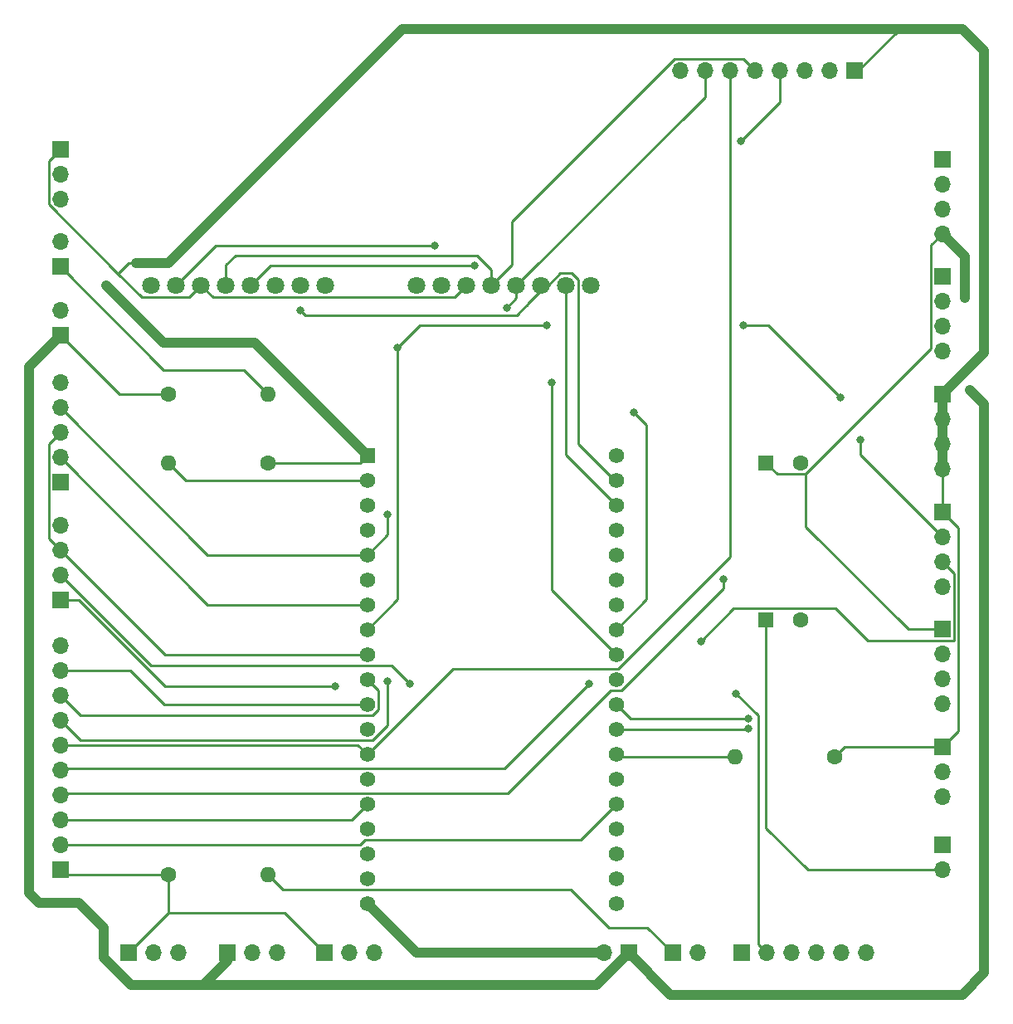
<source format=gbr>
%TF.GenerationSoftware,KiCad,Pcbnew,(5.1.12-1-10_14)*%
%TF.CreationDate,2022-01-09T11:34:05+01:00*%
%TF.ProjectId,mainPCB,6d61696e-5043-4422-9e6b-696361645f70,rev?*%
%TF.SameCoordinates,Original*%
%TF.FileFunction,Copper,L1,Top*%
%TF.FilePolarity,Positive*%
%FSLAX46Y46*%
G04 Gerber Fmt 4.6, Leading zero omitted, Abs format (unit mm)*
G04 Created by KiCad (PCBNEW (5.1.12-1-10_14)) date 2022-01-09 11:34:05*
%MOMM*%
%LPD*%
G01*
G04 APERTURE LIST*
%TA.AperFunction,ComponentPad*%
%ADD10C,1.600000*%
%TD*%
%TA.AperFunction,ComponentPad*%
%ADD11R,1.600000X1.600000*%
%TD*%
%TA.AperFunction,ComponentPad*%
%ADD12O,1.600000X1.600000*%
%TD*%
%TA.AperFunction,ComponentPad*%
%ADD13C,1.800000*%
%TD*%
%TA.AperFunction,ComponentPad*%
%ADD14O,1.700000X1.700000*%
%TD*%
%TA.AperFunction,ComponentPad*%
%ADD15R,1.700000X1.700000*%
%TD*%
%TA.AperFunction,ComponentPad*%
%ADD16C,1.560000*%
%TD*%
%TA.AperFunction,ComponentPad*%
%ADD17R,1.560000X1.560000*%
%TD*%
%TA.AperFunction,ViaPad*%
%ADD18C,0.800000*%
%TD*%
%TA.AperFunction,Conductor*%
%ADD19C,0.250000*%
%TD*%
%TA.AperFunction,Conductor*%
%ADD20C,1.000000*%
%TD*%
G04 APERTURE END LIST*
D10*
%TO.P,C_5V_relais1,2*%
%TO.N,GND*%
X176500000Y-90000000D03*
D11*
%TO.P,C_5V_relais1,1*%
%TO.N,+5V*%
X173000000Y-90000000D03*
%TD*%
D12*
%TO.P,R_5V_ind1,2*%
%TO.N,Net-(H_LED_5V1-Pad1)*%
X122160000Y-83000000D03*
D10*
%TO.P,R_5V_ind1,1*%
%TO.N,+5V*%
X112000000Y-83000000D03*
%TD*%
D12*
%TO.P,R_3V3_ind1,2*%
%TO.N,Net-(H_LED_3V3-Pad1)*%
X122160000Y-132000000D03*
D10*
%TO.P,R_3V3_ind1,1*%
%TO.N,+3V3*%
X112000000Y-132000000D03*
%TD*%
D13*
%TO.P,MAX2,8*%
%TO.N,Net-(MAX2-Pad8)*%
X137360000Y-71900000D03*
%TO.P,MAX2,7*%
%TO.N,GND*%
X139900000Y-71900000D03*
%TO.P,MAX2,6*%
%TO.N,+3V3*%
X142440000Y-71900000D03*
%TO.P,MAX2,5*%
%TO.N,/SPI_CLK*%
X144980000Y-71900000D03*
%TO.P,MAX2,1*%
%TO.N,Net-(MAX2-Pad1)*%
X155140000Y-71900000D03*
%TO.P,MAX2,2*%
%TO.N,/SPI_CS_TEMP2*%
X152600000Y-71900000D03*
%TO.P,MAX2,3*%
%TO.N,/SPI_MOSI*%
X150060000Y-71900000D03*
%TO.P,MAX2,4*%
%TO.N,/SPI_MISO*%
X147520000Y-71900000D03*
%TD*%
%TO.P,MAX1,8*%
%TO.N,Net-(MAX1-Pad8)*%
X110260000Y-71900000D03*
%TO.P,MAX1,7*%
%TO.N,GND*%
X112800000Y-71900000D03*
%TO.P,MAX1,6*%
%TO.N,+3V3*%
X115340000Y-71900000D03*
%TO.P,MAX1,5*%
%TO.N,/SPI_CLK*%
X117880000Y-71900000D03*
%TO.P,MAX1,1*%
%TO.N,Net-(MAX1-Pad1)*%
X128040000Y-71900000D03*
%TO.P,MAX1,2*%
%TO.N,/SPI_CS_TEMP1*%
X125500000Y-71900000D03*
%TO.P,MAX1,3*%
%TO.N,/SPI_MOSI*%
X122960000Y-71900000D03*
%TO.P,MAX1,4*%
%TO.N,/SPI_MISO*%
X120420000Y-71900000D03*
%TD*%
D14*
%TO.P,H_GND1,4*%
%TO.N,GND*%
X191000000Y-78620000D03*
%TO.P,H_GND1,3*%
X191000000Y-76080000D03*
%TO.P,H_GND1,2*%
X191000000Y-73540000D03*
D15*
%TO.P,H_GND1,1*%
X191000000Y-71000000D03*
%TD*%
D14*
%TO.P,H_5V_IN1,2*%
%TO.N,/V_IN*%
X156460000Y-140000000D03*
D15*
%TO.P,H_5V_IN1,1*%
%TO.N,+5V*%
X159000000Y-140000000D03*
%TD*%
D14*
%TO.P,H_5V1,4*%
%TO.N,+3V3*%
X191000000Y-90620000D03*
%TO.P,H_5V1,3*%
X191000000Y-88080000D03*
%TO.P,H_5V1,2*%
X191000000Y-85540000D03*
D15*
%TO.P,H_5V1,1*%
X191000000Y-83000000D03*
%TD*%
D14*
%TO.P,H_LED_3V3,2*%
%TO.N,GND*%
X166000000Y-140000000D03*
D15*
%TO.P,H_LED_3V3,1*%
%TO.N,Net-(H_LED_3V3-Pad1)*%
X163460000Y-140000000D03*
%TD*%
D14*
%TO.P,H_LED_5V1,2*%
%TO.N,GND*%
X101000000Y-67460000D03*
D15*
%TO.P,H_LED_5V1,1*%
%TO.N,Net-(H_LED_5V1-Pad1)*%
X101000000Y-70000000D03*
%TD*%
D14*
%TO.P,H_3V3,4*%
%TO.N,+5V*%
X191000000Y-66620000D03*
%TO.P,H_3V3,3*%
X191000000Y-64080000D03*
%TO.P,H_3V3,2*%
X191000000Y-61540000D03*
D15*
%TO.P,H_3V3,1*%
X191000000Y-59000000D03*
%TD*%
D14*
%TO.P,H13_BLANK1,6*%
%TO.N,GND*%
X183200000Y-140000000D03*
%TO.P,H13_BLANK1,5*%
%TO.N,/ROTARY_SW_BLANK4*%
X180660000Y-140000000D03*
%TO.P,H13_BLANK1,4*%
%TO.N,/SCALE_DT_BLANK3*%
X178120000Y-140000000D03*
%TO.P,H13_BLANK1,3*%
%TO.N,/LED_RED_BLANK2*%
X175580000Y-140000000D03*
%TO.P,H13_BLANK1,2*%
%TO.N,/SPI_CS_SD_BLANK1*%
X173040000Y-140000000D03*
D15*
%TO.P,H13_BLANK1,1*%
%TO.N,+3V3*%
X170500000Y-140000000D03*
%TD*%
D14*
%TO.P,H12_SD1,8*%
%TO.N,GND*%
X164220000Y-50000000D03*
%TO.P,H12_SD1,7*%
%TO.N,/SPI_MISO*%
X166760000Y-50000000D03*
%TO.P,H12_SD1,6*%
%TO.N,/SPI_DC*%
X169300000Y-50000000D03*
%TO.P,H12_SD1,5*%
%TO.N,/SPI_CLK*%
X171840000Y-50000000D03*
%TO.P,H12_SD1,4*%
%TO.N,/SPI_MOSI*%
X174380000Y-50000000D03*
%TO.P,H12_SD1,3*%
%TO.N,/SPI_CS_SD_BLANK1*%
X176920000Y-50000000D03*
%TO.P,H12_SD1,2*%
%TO.N,/SPI_RES*%
X179460000Y-50000000D03*
D15*
%TO.P,H12_SD1,1*%
%TO.N,+3V3*%
X182000000Y-50000000D03*
%TD*%
D14*
%TO.P,H11_ANATEMP1,4*%
%TO.N,GND*%
X191000000Y-102620000D03*
%TO.P,H11_ANATEMP1,3*%
%TO.N,/ROTARY_SW_ANALOG_T2*%
X191000000Y-100080000D03*
%TO.P,H11_ANATEMP1,2*%
%TO.N,/SCALE_DT_ANALOG_T1*%
X191000000Y-97540000D03*
D15*
%TO.P,H11_ANATEMP1,1*%
%TO.N,+3V3*%
X191000000Y-95000000D03*
%TD*%
D14*
%TO.P,H10_PUMP1,3*%
%TO.N,GND*%
X113000000Y-140000000D03*
%TO.P,H10_PUMP1,2*%
%TO.N,/PUMP_IN*%
X110460000Y-140000000D03*
D15*
%TO.P,H10_PUMP1,1*%
%TO.N,+3V3*%
X107920000Y-140000000D03*
%TD*%
D14*
%TO.P,H9_WATER1,3*%
%TO.N,GND*%
X133040000Y-140000000D03*
%TO.P,H9_WATER1,2*%
%TO.N,/WATER_IN*%
X130500000Y-140000000D03*
D15*
%TO.P,H9_WATER1,1*%
%TO.N,+3V3*%
X127960000Y-140000000D03*
%TD*%
D14*
%TO.P,H8_ROTA1,5*%
%TO.N,GND*%
X101000000Y-81840000D03*
%TO.P,H8_ROTA1,4*%
%TO.N,/ROTARY_SW_ANALOG_T2*%
X101000000Y-84380000D03*
%TO.P,H8_ROTA1,3*%
%TO.N,/ROTARY_DT_LED_BLUE*%
X101000000Y-86920000D03*
%TO.P,H8_ROTA1,2*%
%TO.N,/ROTARY_CLK_PUMP_RELAIS*%
X101000000Y-89460000D03*
D15*
%TO.P,H8_ROTA1,1*%
%TO.N,+3V3*%
X101000000Y-92000000D03*
%TD*%
D14*
%TO.P,H7_SCALE1,3*%
%TO.N,GND*%
X101000000Y-63080000D03*
%TO.P,H7_SCALE1,2*%
%TO.N,/SCALE_DT_ANALOG_T1*%
X101000000Y-60540000D03*
D15*
%TO.P,H7_SCALE1,1*%
%TO.N,+3V3*%
X101000000Y-58000000D03*
%TD*%
D14*
%TO.P,H6_DISP1,10*%
%TO.N,GND*%
X101000000Y-108620000D03*
%TO.P,H6_DISP1,9*%
%TO.N,/TLC_CLK*%
X101000000Y-111160000D03*
%TO.P,H6_DISP1,8*%
%TO.N,/TLC_DATA*%
X101000000Y-113700000D03*
%TO.P,H6_DISP1,7*%
%TO.N,/PHOTO_IN*%
X101000000Y-116240000D03*
%TO.P,H6_DISP1,6*%
%TO.N,/SPI_DC*%
X101000000Y-118780000D03*
%TO.P,H6_DISP1,5*%
%TO.N,/SPI_CLK*%
X101000000Y-121320000D03*
%TO.P,H6_DISP1,4*%
%TO.N,/SPI_MOSI*%
X101000000Y-123860000D03*
%TO.P,H6_DISP1,3*%
%TO.N,/SPI_CS_OLED*%
X101000000Y-126400000D03*
%TO.P,H6_DISP1,2*%
%TO.N,/SPI_RES*%
X101000000Y-128940000D03*
D15*
%TO.P,H6_DISP1,1*%
%TO.N,+3V3*%
X101000000Y-131480000D03*
%TD*%
D14*
%TO.P,H5_RGBLED1,4*%
%TO.N,GND*%
X101000000Y-96380000D03*
%TO.P,H5_RGBLED1,3*%
%TO.N,/ROTARY_DT_LED_BLUE*%
X101000000Y-98920000D03*
%TO.P,H5_RGBLED1,2*%
%TO.N,/LED_GREEN*%
X101000000Y-101460000D03*
D15*
%TO.P,H5_RGBLED1,1*%
%TO.N,/LED_RED_BLANK2*%
X101000000Y-104000000D03*
%TD*%
D14*
%TO.P,H4_DHT22,3*%
%TO.N,GND*%
X191000000Y-124080000D03*
%TO.P,H4_DHT22,2*%
%TO.N,/DHT22*%
X191000000Y-121540000D03*
D15*
%TO.P,H4_DHT22,1*%
%TO.N,+3V3*%
X191000000Y-119000000D03*
%TD*%
D14*
%TO.P,H3_PUMPREL1,3*%
%TO.N,GND*%
X123080000Y-140000000D03*
%TO.P,H3_PUMPREL1,2*%
%TO.N,/ROTARY_CLK_PUMP_RELAIS*%
X120540000Y-140000000D03*
D15*
%TO.P,H3_PUMPREL1,1*%
%TO.N,+5V*%
X118000000Y-140000000D03*
%TD*%
D14*
%TO.P,H2_UART1,4*%
%TO.N,GND*%
X191000000Y-114620000D03*
%TO.P,H2_UART1,3*%
%TO.N,/UART2_RX*%
X191000000Y-112080000D03*
%TO.P,H2_UART1,2*%
%TO.N,/UART2_TX*%
X191000000Y-109540000D03*
D15*
%TO.P,H2_UART1,1*%
%TO.N,+5V*%
X191000000Y-107000000D03*
%TD*%
D14*
%TO.P,H1_5V_IN1,2*%
%TO.N,GND*%
X101000000Y-74460000D03*
D15*
%TO.P,H1_5V_IN1,1*%
%TO.N,+5V*%
X101000000Y-77000000D03*
%TD*%
D12*
%TO.P,EN_R1,2*%
%TO.N,/EN*%
X112000000Y-90000000D03*
D10*
%TO.P,EN_R1,1*%
%TO.N,+3V3*%
X122160000Y-90000000D03*
%TD*%
D14*
%TO.P,H_ENABLE1,2*%
%TO.N,/EN*%
X191000000Y-131540000D03*
D15*
%TO.P,H_ENABLE1,1*%
%TO.N,GND*%
X191000000Y-129000000D03*
%TD*%
D12*
%TO.P,DHT22_R1,2*%
%TO.N,/DHT22*%
X169840000Y-120000000D03*
D10*
%TO.P,DHT22_R1,1*%
%TO.N,+3V3*%
X180000000Y-120000000D03*
%TD*%
%TO.P,C1,2*%
%TO.N,GND*%
X176500000Y-106000000D03*
D11*
%TO.P,C1,1*%
%TO.N,/EN*%
X173000000Y-106000000D03*
%TD*%
D16*
%TO.P,U1,38*%
%TO.N,Net-(U1-Pad38)*%
X157700000Y-134960000D03*
%TO.P,U1,37*%
%TO.N,Net-(U1-Pad37)*%
X157700000Y-132420000D03*
%TO.P,U1,36*%
%TO.N,Net-(U1-Pad36)*%
X157700000Y-129880000D03*
%TO.P,U1,35*%
%TO.N,/LED_GREEN*%
X157700000Y-127340000D03*
%TO.P,U1,34*%
%TO.N,/SPI_RES*%
X157700000Y-124800000D03*
%TO.P,U1,33*%
%TO.N,Net-(U1-Pad33)*%
X157700000Y-122260000D03*
%TO.P,U1,32*%
%TO.N,/DHT22*%
X157700000Y-119720000D03*
%TO.P,U1,31*%
%TO.N,/UART2_RX*%
X157700000Y-117180000D03*
%TO.P,U1,30*%
%TO.N,/UART2_TX*%
X157700000Y-114640000D03*
%TO.P,U1,29*%
%TO.N,/SPI_CS_SD_BLANK1*%
X157700000Y-112100000D03*
%TO.P,U1,28*%
%TO.N,/SPI_CLK*%
X157700000Y-109560000D03*
%TO.P,U1,27*%
%TO.N,/SPI_MISO*%
X157700000Y-107020000D03*
%TO.P,U1,26*%
%TO.N,Net-(U1-Pad26)*%
X157700000Y-104480000D03*
%TO.P,U1,25*%
%TO.N,/SPI_CS_TEMP1*%
X157700000Y-101940000D03*
%TO.P,U1,24*%
%TO.N,Net-(U1-Pad24)*%
X157700000Y-99400000D03*
%TO.P,U1,23*%
%TO.N,Net-(U1-Pad23)*%
X157700000Y-96860000D03*
%TO.P,U1,22*%
%TO.N,/SPI_CS_TEMP2*%
X157700000Y-94320000D03*
%TO.P,U1,21*%
%TO.N,/SPI_MOSI*%
X157700000Y-91780000D03*
%TO.P,U1,20*%
%TO.N,GND*%
X157700000Y-89240000D03*
%TO.P,U1,18*%
%TO.N,Net-(U1-Pad18)*%
X132300000Y-132420000D03*
%TO.P,U1,17*%
%TO.N,Net-(U1-Pad17)*%
X132300000Y-129880000D03*
%TO.P,U1,16*%
%TO.N,Net-(U1-Pad16)*%
X132300000Y-127340000D03*
%TO.P,U1,15*%
%TO.N,/SPI_CS_OLED*%
X132300000Y-124800000D03*
%TO.P,U1,14*%
%TO.N,Net-(U1-Pad14)*%
X132300000Y-122260000D03*
%TO.P,U1,13*%
%TO.N,/SPI_DC*%
X132300000Y-119720000D03*
%TO.P,U1,12*%
%TO.N,/LED_RED_BLANK2*%
X132300000Y-117180000D03*
%TO.P,U1,11*%
%TO.N,/TLC_CLK*%
X132300000Y-114640000D03*
%TO.P,U1,10*%
%TO.N,/TLC_DATA*%
X132300000Y-112100000D03*
%TO.P,U1,9*%
%TO.N,/ROTARY_DT_LED_BLUE*%
X132300000Y-109560000D03*
%TO.P,U1,8*%
%TO.N,/SCALE_DT_ANALOG_T1*%
X132300000Y-107020000D03*
%TO.P,U1,7*%
%TO.N,/ROTARY_CLK_PUMP_RELAIS*%
X132300000Y-104480000D03*
%TO.P,U1,6*%
%TO.N,/PUMP_IN*%
X132300000Y-101940000D03*
%TO.P,U1,5*%
%TO.N,/ROTARY_SW_ANALOG_T2*%
X132300000Y-99400000D03*
%TO.P,U1,4*%
%TO.N,/WATER_IN*%
X132300000Y-96860000D03*
%TO.P,U1,3*%
%TO.N,/PHOTO_IN*%
X132300000Y-94320000D03*
%TO.P,U1,19*%
%TO.N,/V_IN*%
X132300000Y-134960000D03*
%TO.P,U1,2*%
%TO.N,/EN*%
X132300000Y-91780000D03*
D17*
%TO.P,U1,1*%
%TO.N,+3V3*%
X132300000Y-89240000D03*
%TD*%
D18*
%TO.N,GND*%
X139192000Y-67818000D03*
%TO.N,+3V3*%
X108712000Y-69596000D03*
X105664000Y-71882000D03*
%TO.N,+5V*%
X193802000Y-82550000D03*
X193294000Y-73152000D03*
%TO.N,/UART2_RX*%
X171196000Y-117094000D03*
%TO.N,/UART2_TX*%
X171191347Y-116073347D03*
%TO.N,/LED_GREEN*%
X136652000Y-112522000D03*
%TO.N,/LED_RED_BLANK2*%
X129032000Y-112776000D03*
%TO.N,/PHOTO_IN*%
X134366000Y-112268000D03*
%TO.N,/SPI_CLK*%
X151130000Y-81788000D03*
X154940000Y-112522000D03*
%TO.N,/SPI_MOSI*%
X125476000Y-74422000D03*
X170434000Y-57150000D03*
X168656000Y-101854000D03*
%TO.N,/SCALE_DT_ANALOG_T1*%
X135382000Y-78232000D03*
X182626000Y-87630000D03*
X180594000Y-83312000D03*
X170688000Y-75946000D03*
X150622000Y-75946000D03*
%TO.N,/ROTARY_SW_ANALOG_T2*%
X166370000Y-108204000D03*
X134366000Y-95250000D03*
%TO.N,/SPI_MISO*%
X143256000Y-69850000D03*
X146558000Y-74168000D03*
X159512000Y-84836000D03*
%TO.N,/SPI_CS_SD_BLANK1*%
X169926000Y-113538000D03*
%TD*%
D19*
%TO.N,GND*%
X112800000Y-71900000D02*
X116882000Y-67818000D01*
X116882000Y-67818000D02*
X139192000Y-67818000D01*
%TO.N,/EN*%
X173000000Y-114665002D02*
X172974000Y-114691002D01*
X173000000Y-106000000D02*
X173000000Y-114665002D01*
X172974000Y-114691002D02*
X172974000Y-127254000D01*
X177260000Y-131540000D02*
X191000000Y-131540000D01*
X172974000Y-127254000D02*
X177260000Y-131540000D01*
X113780000Y-91780000D02*
X132300000Y-91780000D01*
X112000000Y-90000000D02*
X113780000Y-91780000D01*
%TO.N,/DHT22*%
X157980000Y-120000000D02*
X157700000Y-119720000D01*
X169840000Y-120000000D02*
X157980000Y-120000000D01*
%TO.N,+3V3*%
X112000000Y-135920000D02*
X107920000Y-140000000D01*
X112000000Y-132000000D02*
X112000000Y-135920000D01*
X101520000Y-132000000D02*
X101000000Y-131480000D01*
X112000000Y-132000000D02*
X101520000Y-132000000D01*
X114114999Y-73125001D02*
X115340000Y-71900000D01*
X109305999Y-73125001D02*
X114114999Y-73125001D01*
X99824999Y-59175001D02*
X99824999Y-63644001D01*
X101000000Y-58000000D02*
X99824999Y-59175001D01*
X141214999Y-73125001D02*
X142440000Y-71900000D01*
X116565001Y-73125001D02*
X141214999Y-73125001D01*
X115340000Y-71900000D02*
X116565001Y-73125001D01*
D20*
X191000000Y-83000000D02*
X191000000Y-90620000D01*
X195274990Y-78725010D02*
X195274990Y-50300308D01*
X191000000Y-83000000D02*
X195274990Y-78725010D01*
X195274990Y-47954990D02*
X193045010Y-45725010D01*
X195274990Y-50300308D02*
X195274990Y-47954990D01*
X112014000Y-69596000D02*
X108712000Y-69596000D01*
X135884990Y-45725010D02*
X112014000Y-69596000D01*
X105664000Y-71882000D02*
X111506000Y-77724000D01*
X120784000Y-77724000D02*
X132300000Y-89240000D01*
X111506000Y-77724000D02*
X120784000Y-77724000D01*
D19*
X181000000Y-119000000D02*
X180000000Y-120000000D01*
X191000000Y-119000000D02*
X181000000Y-119000000D01*
X191000000Y-95000000D02*
X191000000Y-90620000D01*
X131540000Y-90000000D02*
X132300000Y-89240000D01*
X122160000Y-90000000D02*
X131540000Y-90000000D01*
X123880000Y-135920000D02*
X112000000Y-135920000D01*
X127960000Y-140000000D02*
X123880000Y-135920000D01*
X182410000Y-50000000D02*
X186684990Y-45725010D01*
X182000000Y-50000000D02*
X182410000Y-50000000D01*
D20*
X186684990Y-45725010D02*
X135884990Y-45725010D01*
X193045010Y-45725010D02*
X186684990Y-45725010D01*
D19*
X107950000Y-69596000D02*
X106863499Y-70682501D01*
X108712000Y-69596000D02*
X107950000Y-69596000D01*
X106863499Y-70682501D02*
X109305999Y-73125001D01*
X99824999Y-63644001D02*
X106863499Y-70682501D01*
X192625011Y-96625011D02*
X191000000Y-95000000D01*
X192625011Y-117374989D02*
X192625011Y-96625011D01*
X191000000Y-119000000D02*
X192625011Y-117374989D01*
D20*
%TO.N,+5V*%
X101000000Y-77000000D02*
X97790000Y-80210000D01*
X97790000Y-80210000D02*
X97790000Y-133858000D01*
X97790000Y-133858000D02*
X98806000Y-134874000D01*
X98806000Y-134874000D02*
X102870000Y-134874000D01*
X102870000Y-134874000D02*
X105410000Y-137414000D01*
X105410000Y-140450002D02*
X108215998Y-143256000D01*
X105410000Y-137414000D02*
X105410000Y-140450002D01*
X155744000Y-143256000D02*
X159000000Y-140000000D01*
X118000000Y-140826000D02*
X115570000Y-143256000D01*
X118000000Y-140000000D02*
X118000000Y-140826000D01*
X115570000Y-143256000D02*
X155744000Y-143256000D01*
X108215998Y-143256000D02*
X115570000Y-143256000D01*
X159000000Y-140000000D02*
X163272000Y-144272000D01*
X193040000Y-144272000D02*
X195274990Y-142037010D01*
X163272000Y-144272000D02*
X193040000Y-144272000D01*
X195274990Y-84022990D02*
X193802000Y-82550000D01*
X195274990Y-142037010D02*
X195274990Y-84022990D01*
X193294000Y-68914000D02*
X191000000Y-66620000D01*
X193294000Y-73152000D02*
X193294000Y-68914000D01*
D19*
X189824999Y-78340003D02*
X189824999Y-67795001D01*
X189824999Y-67795001D02*
X191000000Y-66620000D01*
X177040001Y-91125001D02*
X189824999Y-78340003D01*
X174125001Y-91125001D02*
X177040001Y-91125001D01*
X173000000Y-90000000D02*
X174125001Y-91125001D01*
X191000000Y-107000000D02*
X187518000Y-107000000D01*
X177040001Y-96522001D02*
X177040001Y-91125001D01*
X187518000Y-107000000D02*
X177040001Y-96522001D01*
X107000000Y-83000000D02*
X101000000Y-77000000D01*
X112000000Y-83000000D02*
X107000000Y-83000000D01*
%TO.N,/UART2_RX*%
X171110000Y-117180000D02*
X171196000Y-117094000D01*
X157700000Y-117180000D02*
X171110000Y-117180000D01*
%TO.N,/UART2_TX*%
X171191347Y-116073347D02*
X161802653Y-116073347D01*
X161802653Y-116073347D02*
X161798000Y-116078000D01*
X159133347Y-116073347D02*
X157700000Y-114640000D01*
X161802653Y-116073347D02*
X159133347Y-116073347D01*
%TO.N,/ROTARY_CLK_PUMP_RELAIS*%
X116020000Y-104480000D02*
X132300000Y-104480000D01*
X101000000Y-89460000D02*
X116020000Y-104480000D01*
%TO.N,/ROTARY_DT_LED_BLUE*%
X99824999Y-97744999D02*
X101000000Y-98920000D01*
X99824999Y-88095001D02*
X99824999Y-97744999D01*
X101000000Y-86920000D02*
X99824999Y-88095001D01*
X111640000Y-109560000D02*
X132300000Y-109560000D01*
X101000000Y-98920000D02*
X111640000Y-109560000D01*
%TO.N,/LED_GREEN*%
X134795001Y-110665001D02*
X136652000Y-112522000D01*
X110205001Y-110665001D02*
X134795001Y-110665001D01*
X101000000Y-101460000D02*
X110205001Y-110665001D01*
%TO.N,/LED_RED_BLANK2*%
X111679590Y-112776000D02*
X129032000Y-112776000D01*
X102903590Y-104000000D02*
X111679590Y-112776000D01*
X101000000Y-104000000D02*
X102903590Y-104000000D01*
%TO.N,/TLC_CLK*%
X101000000Y-111160000D02*
X108112000Y-111160000D01*
X111592000Y-114640000D02*
X132300000Y-114640000D01*
X108112000Y-111160000D02*
X111592000Y-114640000D01*
%TO.N,/TLC_DATA*%
X133405001Y-113205001D02*
X132300000Y-112100000D01*
X133405001Y-115170401D02*
X133405001Y-113205001D01*
X132830401Y-115745001D02*
X133405001Y-115170401D01*
X103045001Y-115745001D02*
X132830401Y-115745001D01*
X101000000Y-113700000D02*
X103045001Y-115745001D01*
%TO.N,/PHOTO_IN*%
X134366000Y-116749402D02*
X134366000Y-112268000D01*
X132830401Y-118285001D02*
X134366000Y-116749402D01*
X103045001Y-118285001D02*
X132830401Y-118285001D01*
X101000000Y-116240000D02*
X103045001Y-118285001D01*
%TO.N,/SPI_DC*%
X141025001Y-110994999D02*
X132300000Y-119720000D01*
X157900403Y-110994999D02*
X141025001Y-110994999D01*
X169300000Y-99595402D02*
X157900403Y-110994999D01*
X169300000Y-50000000D02*
X169300000Y-99595402D01*
X131360000Y-118780000D02*
X132300000Y-119720000D01*
X101000000Y-118780000D02*
X131360000Y-118780000D01*
%TO.N,/SPI_CLK*%
X117880000Y-71900000D02*
X117880000Y-69826000D01*
X117880000Y-69826000D02*
X118872000Y-68834000D01*
X118872000Y-68834000D02*
X143510000Y-68834000D01*
X144980000Y-70304000D02*
X144980000Y-71900000D01*
X143510000Y-68834000D02*
X144980000Y-70304000D01*
X151130000Y-102990000D02*
X157700000Y-109560000D01*
X151130000Y-81788000D02*
X151130000Y-102990000D01*
X163655999Y-48824999D02*
X147066000Y-65414998D01*
X170664999Y-48824999D02*
X163655999Y-48824999D01*
X171840000Y-50000000D02*
X170664999Y-48824999D01*
X147066000Y-69814000D02*
X144980000Y-71900000D01*
X147066000Y-65414998D02*
X147066000Y-69814000D01*
X146307001Y-121154999D02*
X154940000Y-112522000D01*
X101165001Y-121154999D02*
X146307001Y-121154999D01*
X101000000Y-121320000D02*
X101165001Y-121154999D01*
%TO.N,/SPI_MOSI*%
X150060000Y-72444000D02*
X150060000Y-71900000D01*
X125476000Y-74422000D02*
X125984000Y-74930000D01*
X147574000Y-74930000D02*
X148971000Y-73533000D01*
X125984000Y-74930000D02*
X147574000Y-74930000D01*
X148971000Y-73533000D02*
X150060000Y-72444000D01*
X148590000Y-73914000D02*
X148971000Y-73533000D01*
X153188001Y-70674999D02*
X153825001Y-71311999D01*
X153825001Y-71311999D02*
X153825001Y-88039001D01*
X152011999Y-70674999D02*
X153188001Y-70674999D01*
X150786998Y-71900000D02*
X152011999Y-70674999D01*
X150060000Y-71900000D02*
X150786998Y-71900000D01*
X157566000Y-91780000D02*
X157700000Y-91780000D01*
X153825001Y-88039001D02*
X157566000Y-91780000D01*
X174380000Y-53204000D02*
X170434000Y-57150000D01*
X174380000Y-50000000D02*
X174380000Y-53204000D01*
X168656000Y-102779402D02*
X168656000Y-101854000D01*
X101000000Y-123860000D02*
X101165001Y-123694999D01*
X158230401Y-113205001D02*
X168656000Y-102779402D01*
X157169599Y-113205001D02*
X158230401Y-113205001D01*
X146679601Y-123694999D02*
X157169599Y-113205001D01*
X101165001Y-123694999D02*
X146679601Y-123694999D01*
%TO.N,/SPI_CS_OLED*%
X130700000Y-126400000D02*
X132300000Y-124800000D01*
X101000000Y-126400000D02*
X130700000Y-126400000D01*
%TO.N,/SPI_RES*%
X132099597Y-128445001D02*
X154054999Y-128445001D01*
X154054999Y-128445001D02*
X157700000Y-124800000D01*
X131604598Y-128940000D02*
X132099597Y-128445001D01*
X101000000Y-128940000D02*
X131604598Y-128940000D01*
%TO.N,/SCALE_DT_ANALOG_T1*%
X135382000Y-103938000D02*
X132300000Y-107020000D01*
X135382000Y-78232000D02*
X135382000Y-103938000D01*
X182626000Y-89166000D02*
X182626000Y-87630000D01*
X191000000Y-97540000D02*
X182626000Y-89166000D01*
X173228000Y-75946000D02*
X170688000Y-75946000D01*
X180594000Y-83312000D02*
X173228000Y-75946000D01*
X137668000Y-75946000D02*
X135382000Y-78232000D01*
X150622000Y-75946000D02*
X137668000Y-75946000D01*
%TO.N,/ROTARY_SW_ANALOG_T2*%
X116020000Y-99400000D02*
X132300000Y-99400000D01*
X101000000Y-84380000D02*
X116020000Y-99400000D01*
X169699001Y-104874999D02*
X166370000Y-108204000D01*
X180050999Y-104874999D02*
X169699001Y-104874999D01*
X183351001Y-108175001D02*
X180050999Y-104874999D01*
X192110001Y-108175001D02*
X183351001Y-108175001D01*
X192175001Y-108110001D02*
X192110001Y-108175001D01*
X192175001Y-101255001D02*
X192175001Y-108110001D01*
X191000000Y-100080000D02*
X192175001Y-101255001D01*
X134366000Y-97334000D02*
X132300000Y-99400000D01*
X134366000Y-95250000D02*
X134366000Y-97334000D01*
%TO.N,/SPI_MISO*%
X122470000Y-69850000D02*
X143256000Y-69850000D01*
X120420000Y-71900000D02*
X122470000Y-69850000D01*
X147520000Y-73206000D02*
X146558000Y-74168000D01*
X147520000Y-71900000D02*
X147520000Y-73206000D01*
X159512000Y-84836000D02*
X160782000Y-86106000D01*
X160782000Y-103938000D02*
X157700000Y-107020000D01*
X160782000Y-86106000D02*
X160782000Y-103938000D01*
X166760000Y-52660000D02*
X147520000Y-71900000D01*
X166760000Y-50000000D02*
X166760000Y-52660000D01*
%TO.N,/SPI_CS_SD_BLANK1*%
X172190001Y-115802001D02*
X169926000Y-113538000D01*
X172190001Y-139150001D02*
X172190001Y-115802001D01*
X173040000Y-140000000D02*
X172190001Y-139150001D01*
D20*
%TO.N,/V_IN*%
X137340000Y-140000000D02*
X132300000Y-134960000D01*
X156460000Y-140000000D02*
X137340000Y-140000000D01*
D19*
%TO.N,/SPI_CS_TEMP2*%
X152600000Y-89220000D02*
X157700000Y-94320000D01*
X152600000Y-71900000D02*
X152600000Y-89220000D01*
%TO.N,Net-(H_LED_3V3-Pad1)*%
X123685001Y-133525001D02*
X153083001Y-133525001D01*
X122160000Y-132000000D02*
X123685001Y-133525001D01*
X153083001Y-133525001D02*
X156972000Y-137414000D01*
X160874000Y-137414000D02*
X163460000Y-140000000D01*
X156972000Y-137414000D02*
X160874000Y-137414000D01*
%TO.N,Net-(H_LED_5V1-Pad1)*%
X101000000Y-70000000D02*
X111518000Y-80518000D01*
X119678000Y-80518000D02*
X122160000Y-83000000D01*
X111518000Y-80518000D02*
X119678000Y-80518000D01*
%TD*%
M02*

</source>
